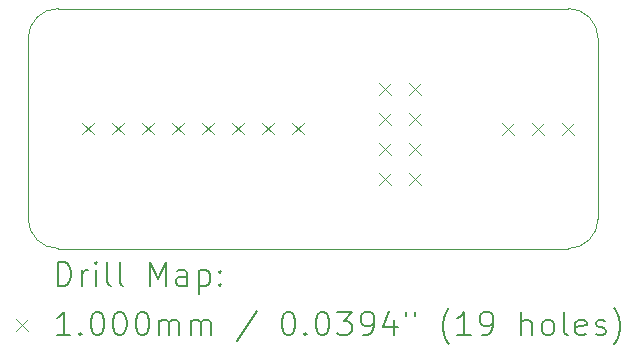
<source format=gbr>
%TF.GenerationSoftware,KiCad,Pcbnew,(6.0.9)*%
%TF.CreationDate,2023-01-24T15:10:45+02:00*%
%TF.ProjectId,cc1101,63633131-3031-42e6-9b69-6361645f7063,rev?*%
%TF.SameCoordinates,Original*%
%TF.FileFunction,Drillmap*%
%TF.FilePolarity,Positive*%
%FSLAX45Y45*%
G04 Gerber Fmt 4.5, Leading zero omitted, Abs format (unit mm)*
G04 Created by KiCad (PCBNEW (6.0.9)) date 2023-01-24 15:10:45*
%MOMM*%
%LPD*%
G01*
G04 APERTURE LIST*
%ADD10C,0.100000*%
%ADD11C,0.200000*%
G04 APERTURE END LIST*
D10*
X13970000Y-12446000D02*
G75*
G03*
X13716000Y-12192000I-254000J0D01*
G01*
X13716000Y-14224000D02*
G75*
G03*
X13970000Y-13970000I0J254000D01*
G01*
X9144000Y-13970000D02*
G75*
G03*
X9398000Y-14224000I254000J0D01*
G01*
X9398000Y-12192000D02*
G75*
G03*
X9144000Y-12446000I0J-254000D01*
G01*
X13716000Y-12192000D02*
X9398000Y-12192000D01*
X13970000Y-13970000D02*
X13970000Y-12446000D01*
X9398000Y-14224000D02*
X13716000Y-14224000D01*
X9144000Y-12446000D02*
X9144000Y-13970000D01*
D11*
D10*
X9603500Y-13158000D02*
X9703500Y-13258000D01*
X9703500Y-13158000D02*
X9603500Y-13258000D01*
X9857500Y-13158000D02*
X9957500Y-13258000D01*
X9957500Y-13158000D02*
X9857500Y-13258000D01*
X10111500Y-13158000D02*
X10211500Y-13258000D01*
X10211500Y-13158000D02*
X10111500Y-13258000D01*
X10365500Y-13158000D02*
X10465500Y-13258000D01*
X10465500Y-13158000D02*
X10365500Y-13258000D01*
X10619500Y-13158000D02*
X10719500Y-13258000D01*
X10719500Y-13158000D02*
X10619500Y-13258000D01*
X10873500Y-13158000D02*
X10973500Y-13258000D01*
X10973500Y-13158000D02*
X10873500Y-13258000D01*
X11127500Y-13158000D02*
X11227500Y-13258000D01*
X11227500Y-13158000D02*
X11127500Y-13258000D01*
X11381500Y-13158000D02*
X11481500Y-13258000D01*
X11481500Y-13158000D02*
X11381500Y-13258000D01*
X12114600Y-12826800D02*
X12214600Y-12926800D01*
X12214600Y-12826800D02*
X12114600Y-12926800D01*
X12114600Y-13080800D02*
X12214600Y-13180800D01*
X12214600Y-13080800D02*
X12114600Y-13180800D01*
X12114600Y-13334800D02*
X12214600Y-13434800D01*
X12214600Y-13334800D02*
X12114600Y-13434800D01*
X12114600Y-13588800D02*
X12214600Y-13688800D01*
X12214600Y-13588800D02*
X12114600Y-13688800D01*
X12368600Y-12826800D02*
X12468600Y-12926800D01*
X12468600Y-12826800D02*
X12368600Y-12926800D01*
X12368600Y-13080800D02*
X12468600Y-13180800D01*
X12468600Y-13080800D02*
X12368600Y-13180800D01*
X12368600Y-13334800D02*
X12468600Y-13434800D01*
X12468600Y-13334800D02*
X12368600Y-13434800D01*
X12368600Y-13588800D02*
X12468600Y-13688800D01*
X12468600Y-13588800D02*
X12368600Y-13688800D01*
X13156500Y-13160500D02*
X13256500Y-13260500D01*
X13256500Y-13160500D02*
X13156500Y-13260500D01*
X13410500Y-13160500D02*
X13510500Y-13260500D01*
X13510500Y-13160500D02*
X13410500Y-13260500D01*
X13664500Y-13160500D02*
X13764500Y-13260500D01*
X13764500Y-13160500D02*
X13664500Y-13260500D01*
D11*
X9396619Y-14539476D02*
X9396619Y-14339476D01*
X9444238Y-14339476D01*
X9472810Y-14349000D01*
X9491857Y-14368048D01*
X9501381Y-14387095D01*
X9510905Y-14425190D01*
X9510905Y-14453762D01*
X9501381Y-14491857D01*
X9491857Y-14510905D01*
X9472810Y-14529952D01*
X9444238Y-14539476D01*
X9396619Y-14539476D01*
X9596619Y-14539476D02*
X9596619Y-14406143D01*
X9596619Y-14444238D02*
X9606143Y-14425190D01*
X9615667Y-14415667D01*
X9634714Y-14406143D01*
X9653762Y-14406143D01*
X9720429Y-14539476D02*
X9720429Y-14406143D01*
X9720429Y-14339476D02*
X9710905Y-14349000D01*
X9720429Y-14358524D01*
X9729952Y-14349000D01*
X9720429Y-14339476D01*
X9720429Y-14358524D01*
X9844238Y-14539476D02*
X9825190Y-14529952D01*
X9815667Y-14510905D01*
X9815667Y-14339476D01*
X9949000Y-14539476D02*
X9929952Y-14529952D01*
X9920429Y-14510905D01*
X9920429Y-14339476D01*
X10177571Y-14539476D02*
X10177571Y-14339476D01*
X10244238Y-14482333D01*
X10310905Y-14339476D01*
X10310905Y-14539476D01*
X10491857Y-14539476D02*
X10491857Y-14434714D01*
X10482333Y-14415667D01*
X10463286Y-14406143D01*
X10425190Y-14406143D01*
X10406143Y-14415667D01*
X10491857Y-14529952D02*
X10472810Y-14539476D01*
X10425190Y-14539476D01*
X10406143Y-14529952D01*
X10396619Y-14510905D01*
X10396619Y-14491857D01*
X10406143Y-14472809D01*
X10425190Y-14463286D01*
X10472810Y-14463286D01*
X10491857Y-14453762D01*
X10587095Y-14406143D02*
X10587095Y-14606143D01*
X10587095Y-14415667D02*
X10606143Y-14406143D01*
X10644238Y-14406143D01*
X10663286Y-14415667D01*
X10672810Y-14425190D01*
X10682333Y-14444238D01*
X10682333Y-14501381D01*
X10672810Y-14520428D01*
X10663286Y-14529952D01*
X10644238Y-14539476D01*
X10606143Y-14539476D01*
X10587095Y-14529952D01*
X10768048Y-14520428D02*
X10777571Y-14529952D01*
X10768048Y-14539476D01*
X10758524Y-14529952D01*
X10768048Y-14520428D01*
X10768048Y-14539476D01*
X10768048Y-14415667D02*
X10777571Y-14425190D01*
X10768048Y-14434714D01*
X10758524Y-14425190D01*
X10768048Y-14415667D01*
X10768048Y-14434714D01*
D10*
X9039000Y-14819000D02*
X9139000Y-14919000D01*
X9139000Y-14819000D02*
X9039000Y-14919000D01*
D11*
X9501381Y-14959476D02*
X9387095Y-14959476D01*
X9444238Y-14959476D02*
X9444238Y-14759476D01*
X9425190Y-14788048D01*
X9406143Y-14807095D01*
X9387095Y-14816619D01*
X9587095Y-14940428D02*
X9596619Y-14949952D01*
X9587095Y-14959476D01*
X9577571Y-14949952D01*
X9587095Y-14940428D01*
X9587095Y-14959476D01*
X9720429Y-14759476D02*
X9739476Y-14759476D01*
X9758524Y-14769000D01*
X9768048Y-14778524D01*
X9777571Y-14797571D01*
X9787095Y-14835667D01*
X9787095Y-14883286D01*
X9777571Y-14921381D01*
X9768048Y-14940428D01*
X9758524Y-14949952D01*
X9739476Y-14959476D01*
X9720429Y-14959476D01*
X9701381Y-14949952D01*
X9691857Y-14940428D01*
X9682333Y-14921381D01*
X9672810Y-14883286D01*
X9672810Y-14835667D01*
X9682333Y-14797571D01*
X9691857Y-14778524D01*
X9701381Y-14769000D01*
X9720429Y-14759476D01*
X9910905Y-14759476D02*
X9929952Y-14759476D01*
X9949000Y-14769000D01*
X9958524Y-14778524D01*
X9968048Y-14797571D01*
X9977571Y-14835667D01*
X9977571Y-14883286D01*
X9968048Y-14921381D01*
X9958524Y-14940428D01*
X9949000Y-14949952D01*
X9929952Y-14959476D01*
X9910905Y-14959476D01*
X9891857Y-14949952D01*
X9882333Y-14940428D01*
X9872810Y-14921381D01*
X9863286Y-14883286D01*
X9863286Y-14835667D01*
X9872810Y-14797571D01*
X9882333Y-14778524D01*
X9891857Y-14769000D01*
X9910905Y-14759476D01*
X10101381Y-14759476D02*
X10120429Y-14759476D01*
X10139476Y-14769000D01*
X10149000Y-14778524D01*
X10158524Y-14797571D01*
X10168048Y-14835667D01*
X10168048Y-14883286D01*
X10158524Y-14921381D01*
X10149000Y-14940428D01*
X10139476Y-14949952D01*
X10120429Y-14959476D01*
X10101381Y-14959476D01*
X10082333Y-14949952D01*
X10072810Y-14940428D01*
X10063286Y-14921381D01*
X10053762Y-14883286D01*
X10053762Y-14835667D01*
X10063286Y-14797571D01*
X10072810Y-14778524D01*
X10082333Y-14769000D01*
X10101381Y-14759476D01*
X10253762Y-14959476D02*
X10253762Y-14826143D01*
X10253762Y-14845190D02*
X10263286Y-14835667D01*
X10282333Y-14826143D01*
X10310905Y-14826143D01*
X10329952Y-14835667D01*
X10339476Y-14854714D01*
X10339476Y-14959476D01*
X10339476Y-14854714D02*
X10349000Y-14835667D01*
X10368048Y-14826143D01*
X10396619Y-14826143D01*
X10415667Y-14835667D01*
X10425190Y-14854714D01*
X10425190Y-14959476D01*
X10520429Y-14959476D02*
X10520429Y-14826143D01*
X10520429Y-14845190D02*
X10529952Y-14835667D01*
X10549000Y-14826143D01*
X10577571Y-14826143D01*
X10596619Y-14835667D01*
X10606143Y-14854714D01*
X10606143Y-14959476D01*
X10606143Y-14854714D02*
X10615667Y-14835667D01*
X10634714Y-14826143D01*
X10663286Y-14826143D01*
X10682333Y-14835667D01*
X10691857Y-14854714D01*
X10691857Y-14959476D01*
X11082333Y-14749952D02*
X10910905Y-15007095D01*
X11339476Y-14759476D02*
X11358524Y-14759476D01*
X11377571Y-14769000D01*
X11387095Y-14778524D01*
X11396619Y-14797571D01*
X11406143Y-14835667D01*
X11406143Y-14883286D01*
X11396619Y-14921381D01*
X11387095Y-14940428D01*
X11377571Y-14949952D01*
X11358524Y-14959476D01*
X11339476Y-14959476D01*
X11320428Y-14949952D01*
X11310905Y-14940428D01*
X11301381Y-14921381D01*
X11291857Y-14883286D01*
X11291857Y-14835667D01*
X11301381Y-14797571D01*
X11310905Y-14778524D01*
X11320428Y-14769000D01*
X11339476Y-14759476D01*
X11491857Y-14940428D02*
X11501381Y-14949952D01*
X11491857Y-14959476D01*
X11482333Y-14949952D01*
X11491857Y-14940428D01*
X11491857Y-14959476D01*
X11625190Y-14759476D02*
X11644238Y-14759476D01*
X11663286Y-14769000D01*
X11672809Y-14778524D01*
X11682333Y-14797571D01*
X11691857Y-14835667D01*
X11691857Y-14883286D01*
X11682333Y-14921381D01*
X11672809Y-14940428D01*
X11663286Y-14949952D01*
X11644238Y-14959476D01*
X11625190Y-14959476D01*
X11606143Y-14949952D01*
X11596619Y-14940428D01*
X11587095Y-14921381D01*
X11577571Y-14883286D01*
X11577571Y-14835667D01*
X11587095Y-14797571D01*
X11596619Y-14778524D01*
X11606143Y-14769000D01*
X11625190Y-14759476D01*
X11758524Y-14759476D02*
X11882333Y-14759476D01*
X11815667Y-14835667D01*
X11844238Y-14835667D01*
X11863286Y-14845190D01*
X11872809Y-14854714D01*
X11882333Y-14873762D01*
X11882333Y-14921381D01*
X11872809Y-14940428D01*
X11863286Y-14949952D01*
X11844238Y-14959476D01*
X11787095Y-14959476D01*
X11768048Y-14949952D01*
X11758524Y-14940428D01*
X11977571Y-14959476D02*
X12015667Y-14959476D01*
X12034714Y-14949952D01*
X12044238Y-14940428D01*
X12063286Y-14911857D01*
X12072809Y-14873762D01*
X12072809Y-14797571D01*
X12063286Y-14778524D01*
X12053762Y-14769000D01*
X12034714Y-14759476D01*
X11996619Y-14759476D01*
X11977571Y-14769000D01*
X11968048Y-14778524D01*
X11958524Y-14797571D01*
X11958524Y-14845190D01*
X11968048Y-14864238D01*
X11977571Y-14873762D01*
X11996619Y-14883286D01*
X12034714Y-14883286D01*
X12053762Y-14873762D01*
X12063286Y-14864238D01*
X12072809Y-14845190D01*
X12244238Y-14826143D02*
X12244238Y-14959476D01*
X12196619Y-14749952D02*
X12149000Y-14892809D01*
X12272809Y-14892809D01*
X12339476Y-14759476D02*
X12339476Y-14797571D01*
X12415667Y-14759476D02*
X12415667Y-14797571D01*
X12710905Y-15035667D02*
X12701381Y-15026143D01*
X12682333Y-14997571D01*
X12672809Y-14978524D01*
X12663286Y-14949952D01*
X12653762Y-14902333D01*
X12653762Y-14864238D01*
X12663286Y-14816619D01*
X12672809Y-14788048D01*
X12682333Y-14769000D01*
X12701381Y-14740428D01*
X12710905Y-14730905D01*
X12891857Y-14959476D02*
X12777571Y-14959476D01*
X12834714Y-14959476D02*
X12834714Y-14759476D01*
X12815667Y-14788048D01*
X12796619Y-14807095D01*
X12777571Y-14816619D01*
X12987095Y-14959476D02*
X13025190Y-14959476D01*
X13044238Y-14949952D01*
X13053762Y-14940428D01*
X13072809Y-14911857D01*
X13082333Y-14873762D01*
X13082333Y-14797571D01*
X13072809Y-14778524D01*
X13063286Y-14769000D01*
X13044238Y-14759476D01*
X13006143Y-14759476D01*
X12987095Y-14769000D01*
X12977571Y-14778524D01*
X12968048Y-14797571D01*
X12968048Y-14845190D01*
X12977571Y-14864238D01*
X12987095Y-14873762D01*
X13006143Y-14883286D01*
X13044238Y-14883286D01*
X13063286Y-14873762D01*
X13072809Y-14864238D01*
X13082333Y-14845190D01*
X13320428Y-14959476D02*
X13320428Y-14759476D01*
X13406143Y-14959476D02*
X13406143Y-14854714D01*
X13396619Y-14835667D01*
X13377571Y-14826143D01*
X13349000Y-14826143D01*
X13329952Y-14835667D01*
X13320428Y-14845190D01*
X13529952Y-14959476D02*
X13510905Y-14949952D01*
X13501381Y-14940428D01*
X13491857Y-14921381D01*
X13491857Y-14864238D01*
X13501381Y-14845190D01*
X13510905Y-14835667D01*
X13529952Y-14826143D01*
X13558524Y-14826143D01*
X13577571Y-14835667D01*
X13587095Y-14845190D01*
X13596619Y-14864238D01*
X13596619Y-14921381D01*
X13587095Y-14940428D01*
X13577571Y-14949952D01*
X13558524Y-14959476D01*
X13529952Y-14959476D01*
X13710905Y-14959476D02*
X13691857Y-14949952D01*
X13682333Y-14930905D01*
X13682333Y-14759476D01*
X13863286Y-14949952D02*
X13844238Y-14959476D01*
X13806143Y-14959476D01*
X13787095Y-14949952D01*
X13777571Y-14930905D01*
X13777571Y-14854714D01*
X13787095Y-14835667D01*
X13806143Y-14826143D01*
X13844238Y-14826143D01*
X13863286Y-14835667D01*
X13872809Y-14854714D01*
X13872809Y-14873762D01*
X13777571Y-14892809D01*
X13949000Y-14949952D02*
X13968048Y-14959476D01*
X14006143Y-14959476D01*
X14025190Y-14949952D01*
X14034714Y-14930905D01*
X14034714Y-14921381D01*
X14025190Y-14902333D01*
X14006143Y-14892809D01*
X13977571Y-14892809D01*
X13958524Y-14883286D01*
X13949000Y-14864238D01*
X13949000Y-14854714D01*
X13958524Y-14835667D01*
X13977571Y-14826143D01*
X14006143Y-14826143D01*
X14025190Y-14835667D01*
X14101381Y-15035667D02*
X14110905Y-15026143D01*
X14129952Y-14997571D01*
X14139476Y-14978524D01*
X14149000Y-14949952D01*
X14158524Y-14902333D01*
X14158524Y-14864238D01*
X14149000Y-14816619D01*
X14139476Y-14788048D01*
X14129952Y-14769000D01*
X14110905Y-14740428D01*
X14101381Y-14730905D01*
M02*

</source>
